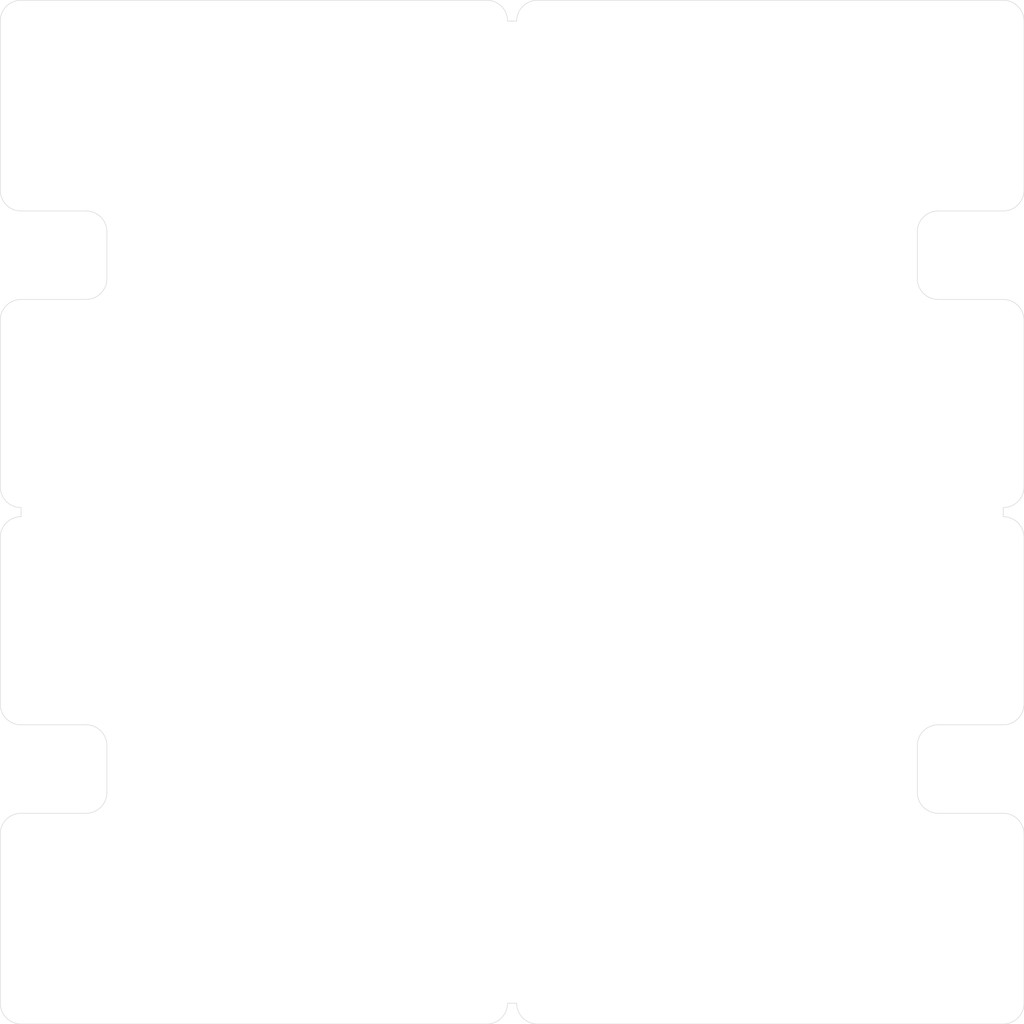
<source format=kicad_pcb>
(kicad_pcb (version 20171130) (host pcbnew 5.1.8-1.fc31)

  (general
    (thickness 1.6)
    (drawings 56)
    (tracks 0)
    (zones 0)
    (modules 0)
    (nets 1)
  )

  (page A4)
  (layers
    (0 F.Cu signal hide)
    (31 B.Cu signal hide)
    (32 B.Adhes user hide)
    (33 F.Adhes user hide)
    (34 B.Paste user hide)
    (35 F.Paste user hide)
    (36 B.SilkS user hide)
    (37 F.SilkS user hide)
    (38 B.Mask user hide)
    (39 F.Mask user hide)
    (40 Dwgs.User user hide)
    (41 Cmts.User user hide)
    (42 Eco1.User user hide)
    (43 Eco2.User user hide)
    (44 Edge.Cuts user)
    (45 Margin user hide)
    (46 B.CrtYd user hide)
    (47 F.CrtYd user hide)
    (48 B.Fab user hide)
    (49 F.Fab user hide)
  )

  (setup
    (last_trace_width 0.2032)
    (trace_clearance 0.1524)
    (zone_clearance 0.254)
    (zone_45_only no)
    (trace_min 0.2)
    (via_size 0.8)
    (via_drill 0.4)
    (via_min_size 0.4)
    (via_min_drill 0.3)
    (user_via 1.2 0.6)
    (user_via 1.2 0.6)
    (user_via 1.2 0.6)
    (user_via 1.2 0.6)
    (user_via 1.2 0.6)
    (user_via 1.2 0.6)
    (uvia_size 0.3)
    (uvia_drill 0.1)
    (uvias_allowed no)
    (uvia_min_size 0.2)
    (uvia_min_drill 0.1)
    (edge_width 0.05)
    (segment_width 0.2)
    (pcb_text_width 0.3)
    (pcb_text_size 1.5 1.5)
    (mod_edge_width 0.12)
    (mod_text_size 1 1)
    (mod_text_width 0.15)
    (pad_size 6.4 6.4)
    (pad_drill 3.200001)
    (pad_to_mask_clearance 0.051)
    (solder_mask_min_width 0.25)
    (aux_axis_origin 0 0)
    (visible_elements FFFFFF7F)
    (pcbplotparams
      (layerselection 0x010f0_ffffffff)
      (usegerberextensions true)
      (usegerberattributes false)
      (usegerberadvancedattributes true)
      (creategerberjobfile false)
      (excludeedgelayer true)
      (linewidth 0.100000)
      (plotframeref false)
      (viasonmask false)
      (mode 1)
      (useauxorigin false)
      (hpglpennumber 1)
      (hpglpenspeed 20)
      (hpglpendiameter 15.000000)
      (psnegative false)
      (psa4output false)
      (plotreference true)
      (plotvalue true)
      (plotinvisibletext false)
      (padsonsilk false)
      (subtractmaskfromsilk false)
      (outputformat 1)
      (mirror false)
      (drillshape 0)
      (scaleselection 1)
      (outputdirectory "jlcpcb/"))
  )

  (net 0 "")

  (net_class Default "This is the default net class."
    (clearance 0.1524)
    (trace_width 0.2032)
    (via_dia 0.8)
    (via_drill 0.4)
    (uvia_dia 0.3)
    (uvia_drill 0.1)
  )

  (net_class power ""
    (clearance 0.1524)
    (trace_width 0.6604)
    (via_dia 1.2)
    (via_drill 0.6)
    (uvia_dia 0.3)
    (uvia_drill 0.1)
  )

  (gr_arc (start 40.132 136.017) (end 40.132 138.049) (angle 90) (layer Edge.Cuts) (width 0.05) (tstamp 60C0F6F6))
  (gr_line (start 87.63 40.132) (end 88.519 40.132) (layer Edge.Cuts) (width 0.05) (tstamp 60C1F183))
  (gr_line (start 136.017 87.63) (end 136.017 88.519) (layer Edge.Cuts) (width 0.05) (tstamp 60C1F181))
  (gr_line (start 87.63 136.017) (end 88.519 136.017) (layer Edge.Cuts) (width 0.05) (tstamp 60C1F17E))
  (gr_line (start 40.132 88.519) (end 40.132 87.63) (layer Edge.Cuts) (width 0.05) (tstamp 60C1F16A))
  (gr_arc (start 136.017 90.551) (end 138.049 90.551) (angle -90) (layer Edge.Cuts) (width 0.05) (tstamp 60C0F730))
  (gr_arc (start 90.551 136.017) (end 88.519 136.017) (angle -90) (layer Edge.Cuts) (width 0.05) (tstamp 60C0F722))
  (gr_arc (start 136.017 136.017) (end 136.017 138.049) (angle -90) (layer Edge.Cuts) (width 0.05) (tstamp 60C0F6F6))
  (gr_arc (start 129.667 115.443) (end 127.635 115.443) (angle -90) (layer Edge.Cuts) (width 0.05) (tstamp 60C112E7))
  (gr_arc (start 129.667 110.871) (end 129.667 108.839) (angle -90) (layer Edge.Cuts) (width 0.05) (tstamp 60C11317))
  (gr_arc (start 136.017 106.807) (end 136.017 108.839) (angle -90) (layer Edge.Cuts) (width 0.05) (tstamp 60C0F60E))
  (gr_arc (start 136.017 119.507) (end 138.049 119.507) (angle -90) (layer Edge.Cuts) (width 0.05))
  (gr_line (start 138.049 106.807) (end 138.049 90.551) (layer Edge.Cuts) (width 0.05) (tstamp 60C0EDBD))
  (gr_line (start 138.049 119.507) (end 138.049 136.017) (layer Edge.Cuts) (width 0.05) (tstamp 60C0EDBC))
  (gr_line (start 129.667 108.839) (end 136.017 108.839) (layer Edge.Cuts) (width 0.05))
  (gr_line (start 127.635 115.443) (end 127.635 110.871) (layer Edge.Cuts) (width 0.05) (tstamp 60C1121E))
  (gr_line (start 136.017 117.475) (end 129.667 117.475) (layer Edge.Cuts) (width 0.05))
  (gr_line (start 136.017 138.049) (end 90.551 138.049) (layer Edge.Cuts) (width 0.05))
  (gr_arc (start 40.132 90.551) (end 38.1 90.551) (angle 90) (layer Edge.Cuts) (width 0.05) (tstamp 60C0F730))
  (gr_arc (start 85.598 136.017) (end 87.63 136.017) (angle 90) (layer Edge.Cuts) (width 0.05) (tstamp 60C0F722))
  (gr_arc (start 46.482 115.443) (end 48.514 115.443) (angle 90) (layer Edge.Cuts) (width 0.05) (tstamp 60C112E7))
  (gr_arc (start 46.482 110.871) (end 46.482 108.839) (angle 90) (layer Edge.Cuts) (width 0.05) (tstamp 60C11317))
  (gr_arc (start 40.132 106.807) (end 40.132 108.839) (angle 90) (layer Edge.Cuts) (width 0.05) (tstamp 60C0F60E))
  (gr_arc (start 40.132 119.507) (end 38.1 119.507) (angle 90) (layer Edge.Cuts) (width 0.05))
  (gr_line (start 38.1 106.807) (end 38.1 90.551) (layer Edge.Cuts) (width 0.05) (tstamp 60C0EDBD))
  (gr_line (start 38.1 119.507) (end 38.1 136.017) (layer Edge.Cuts) (width 0.05) (tstamp 60C0EDBC))
  (gr_line (start 46.482 108.839) (end 40.132 108.839) (layer Edge.Cuts) (width 0.05))
  (gr_line (start 48.514 115.443) (end 48.514 110.871) (layer Edge.Cuts) (width 0.05) (tstamp 60C1121E))
  (gr_line (start 40.132 117.475) (end 46.482 117.475) (layer Edge.Cuts) (width 0.05))
  (gr_line (start 40.132 138.049) (end 85.598 138.049) (layer Edge.Cuts) (width 0.05))
  (gr_arc (start 40.132 85.598) (end 38.1 85.598) (angle -90) (layer Edge.Cuts) (width 0.05) (tstamp 60C0F730))
  (gr_arc (start 85.598 40.132) (end 87.63 40.132) (angle -90) (layer Edge.Cuts) (width 0.05) (tstamp 60C0F722))
  (gr_arc (start 40.132 40.132) (end 40.132 38.1) (angle -90) (layer Edge.Cuts) (width 0.05) (tstamp 60C0F6F6))
  (gr_arc (start 46.482 60.706) (end 48.514 60.706) (angle -90) (layer Edge.Cuts) (width 0.05) (tstamp 60C112E7))
  (gr_arc (start 46.482 65.278) (end 46.482 67.31) (angle -90) (layer Edge.Cuts) (width 0.05) (tstamp 60C11317))
  (gr_arc (start 40.132 69.342) (end 40.132 67.31) (angle -90) (layer Edge.Cuts) (width 0.05) (tstamp 60C0F60E))
  (gr_arc (start 40.132 56.642) (end 38.1 56.642) (angle -90) (layer Edge.Cuts) (width 0.05))
  (gr_line (start 38.1 69.342) (end 38.1 85.598) (layer Edge.Cuts) (width 0.05) (tstamp 60C0EDBD))
  (gr_line (start 38.1 56.642) (end 38.1 40.132) (layer Edge.Cuts) (width 0.05) (tstamp 60C0EDBC))
  (gr_line (start 46.482 67.31) (end 40.132 67.31) (layer Edge.Cuts) (width 0.05))
  (gr_line (start 48.514 60.706) (end 48.514 65.278) (layer Edge.Cuts) (width 0.05) (tstamp 60C1121E))
  (gr_line (start 40.132 58.674) (end 46.482 58.674) (layer Edge.Cuts) (width 0.05))
  (gr_line (start 40.132 38.1) (end 85.598 38.1) (layer Edge.Cuts) (width 0.05))
  (gr_arc (start 136.017 85.598) (end 138.049 85.598) (angle 90) (layer Edge.Cuts) (width 0.05) (tstamp 60C0F730))
  (gr_arc (start 90.551 40.132) (end 88.519 40.132) (angle 90) (layer Edge.Cuts) (width 0.05) (tstamp 60C0F722))
  (gr_arc (start 136.017 40.132) (end 136.017 38.1) (angle 90) (layer Edge.Cuts) (width 0.05) (tstamp 60C0F6F6))
  (gr_arc (start 129.667 60.706) (end 127.635 60.706) (angle 90) (layer Edge.Cuts) (width 0.05) (tstamp 60C112E7))
  (gr_arc (start 129.667 65.278) (end 129.667 67.31) (angle 90) (layer Edge.Cuts) (width 0.05) (tstamp 60C11317))
  (gr_arc (start 136.017 69.342) (end 136.017 67.31) (angle 90) (layer Edge.Cuts) (width 0.05) (tstamp 60C0F60E))
  (gr_arc (start 136.017 56.642) (end 138.049 56.642) (angle 90) (layer Edge.Cuts) (width 0.05))
  (gr_line (start 138.049 69.342) (end 138.049 85.598) (layer Edge.Cuts) (width 0.05) (tstamp 60C0EDBD))
  (gr_line (start 138.049 56.642) (end 138.049 40.132) (layer Edge.Cuts) (width 0.05) (tstamp 60C0EDBC))
  (gr_line (start 129.667 67.31) (end 136.017 67.31) (layer Edge.Cuts) (width 0.05))
  (gr_line (start 127.635 60.706) (end 127.635 65.278) (layer Edge.Cuts) (width 0.05) (tstamp 60C1121E))
  (gr_line (start 136.017 58.674) (end 129.667 58.674) (layer Edge.Cuts) (width 0.05))
  (gr_line (start 136.017 38.1) (end 90.551 38.1) (layer Edge.Cuts) (width 0.05))

)

</source>
